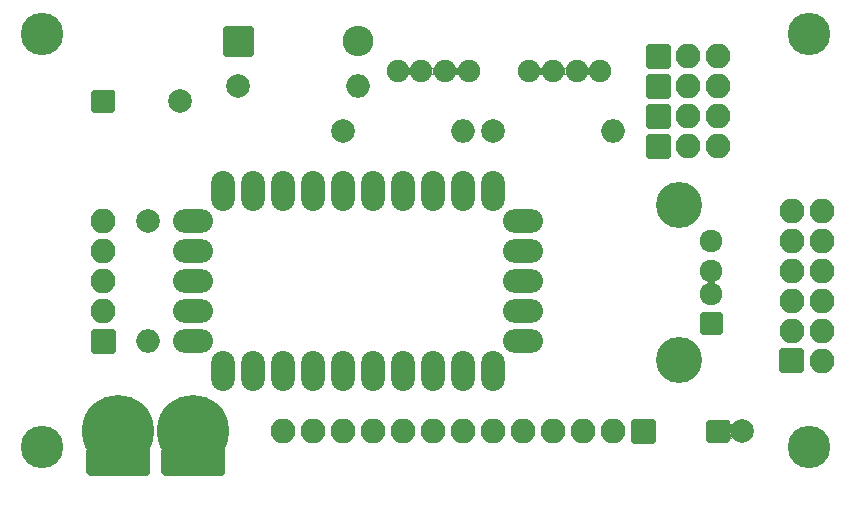
<source format=gbr>
G04 #@! TF.GenerationSoftware,KiCad,Pcbnew,5.1.7-a382d34a8~87~ubuntu20.04.1*
G04 #@! TF.CreationDate,2021-01-14T17:18:01+09:00*
G04 #@! TF.ProjectId,AKBONE2020LGT8F,414b424f-4e45-4323-9032-304c47543846,rev?*
G04 #@! TF.SameCoordinates,Original*
G04 #@! TF.FileFunction,Soldermask,Bot*
G04 #@! TF.FilePolarity,Negative*
%FSLAX46Y46*%
G04 Gerber Fmt 4.6, Leading zero omitted, Abs format (unit mm)*
G04 Created by KiCad (PCBNEW 5.1.7-a382d34a8~87~ubuntu20.04.1) date 2021-01-14 17:18:01*
%MOMM*%
%LPD*%
G01*
G04 APERTURE LIST*
%ADD10C,3.600000*%
%ADD11C,2.000000*%
%ADD12O,2.600000X2.600000*%
%ADD13O,2.100000X2.100000*%
%ADD14C,3.900000*%
%ADD15C,1.924000*%
%ADD16C,1.900000*%
%ADD17O,2.000000X3.400000*%
%ADD18O,3.400000X2.000000*%
%ADD19C,6.100000*%
%ADD20O,2.000000X2.000000*%
%ADD21C,0.100000*%
G04 APERTURE END LIST*
D10*
X167500000Y-89500000D03*
X167500000Y-124500000D03*
X232500000Y-124500000D03*
X232500000Y-89500000D03*
G36*
G01*
X171290000Y-126730000D02*
X171290000Y-124730000D01*
G75*
G02*
X171490000Y-124530000I200000J0D01*
G01*
X176490000Y-124530000D01*
G75*
G02*
X176690000Y-124730000I0J-200000D01*
G01*
X176690000Y-126730000D01*
G75*
G02*
X176490000Y-126930000I-200000J0D01*
G01*
X171490000Y-126930000D01*
G75*
G02*
X171290000Y-126730000I0J200000D01*
G01*
G37*
G36*
G01*
X177640000Y-126730000D02*
X177640000Y-124730000D01*
G75*
G02*
X177840000Y-124530000I200000J0D01*
G01*
X182840000Y-124530000D01*
G75*
G02*
X183040000Y-124730000I0J-200000D01*
G01*
X183040000Y-126730000D01*
G75*
G02*
X182840000Y-126930000I-200000J0D01*
G01*
X177840000Y-126930000D01*
G75*
G02*
X177640000Y-126730000I0J200000D01*
G01*
G37*
G36*
G01*
X223790000Y-123990000D02*
X223790000Y-122390000D01*
G75*
G02*
X223990000Y-122190000I200000J0D01*
G01*
X225590000Y-122190000D01*
G75*
G02*
X225790000Y-122390000I0J-200000D01*
G01*
X225790000Y-123990000D01*
G75*
G02*
X225590000Y-124190000I-200000J0D01*
G01*
X223990000Y-124190000D01*
G75*
G02*
X223790000Y-123990000I0J200000D01*
G01*
G37*
D11*
X226790000Y-123190000D03*
G36*
G01*
X182850000Y-91270000D02*
X182850000Y-89070000D01*
G75*
G02*
X183050000Y-88870000I200000J0D01*
G01*
X185250000Y-88870000D01*
G75*
G02*
X185450000Y-89070000I0J-200000D01*
G01*
X185450000Y-91270000D01*
G75*
G02*
X185250000Y-91470000I-200000J0D01*
G01*
X183050000Y-91470000D01*
G75*
G02*
X182850000Y-91270000I0J200000D01*
G01*
G37*
D12*
X194310000Y-90170000D03*
G36*
G01*
X173770000Y-114720000D02*
X173770000Y-116420000D01*
G75*
G02*
X173570000Y-116620000I-200000J0D01*
G01*
X171870000Y-116620000D01*
G75*
G02*
X171670000Y-116420000I0J200000D01*
G01*
X171670000Y-114720000D01*
G75*
G02*
X171870000Y-114520000I200000J0D01*
G01*
X173570000Y-114520000D01*
G75*
G02*
X173770000Y-114720000I0J-200000D01*
G01*
G37*
D13*
X172720000Y-113030000D03*
X172720000Y-110490000D03*
X172720000Y-107950000D03*
X172720000Y-105410000D03*
G36*
G01*
X217590000Y-122140000D02*
X219290000Y-122140000D01*
G75*
G02*
X219490000Y-122340000I0J-200000D01*
G01*
X219490000Y-124040000D01*
G75*
G02*
X219290000Y-124240000I-200000J0D01*
G01*
X217590000Y-124240000D01*
G75*
G02*
X217390000Y-124040000I0J200000D01*
G01*
X217390000Y-122340000D01*
G75*
G02*
X217590000Y-122140000I200000J0D01*
G01*
G37*
X215900000Y-123190000D03*
X213360000Y-123190000D03*
X210820000Y-123190000D03*
X208280000Y-123190000D03*
X205740000Y-123190000D03*
X203200000Y-123190000D03*
X200660000Y-123190000D03*
X198120000Y-123190000D03*
X195580000Y-123190000D03*
X193040000Y-123190000D03*
X190500000Y-123190000D03*
X187960000Y-123190000D03*
D14*
X221500000Y-104000000D03*
X221500000Y-117140000D03*
G36*
G01*
X224972000Y-115032000D02*
X223448000Y-115032000D01*
G75*
G02*
X223248000Y-114832000I0J200000D01*
G01*
X223248000Y-113308000D01*
G75*
G02*
X223448000Y-113108000I200000J0D01*
G01*
X224972000Y-113108000D01*
G75*
G02*
X225172000Y-113308000I0J-200000D01*
G01*
X225172000Y-114832000D01*
G75*
G02*
X224972000Y-115032000I-200000J0D01*
G01*
G37*
D15*
X224210000Y-111570000D03*
X224210000Y-109570000D03*
X224210000Y-107070000D03*
G36*
G01*
X220560000Y-100110000D02*
X218860000Y-100110000D01*
G75*
G02*
X218660000Y-99910000I0J200000D01*
G01*
X218660000Y-98210000D01*
G75*
G02*
X218860000Y-98010000I200000J0D01*
G01*
X220560000Y-98010000D01*
G75*
G02*
X220760000Y-98210000I0J-200000D01*
G01*
X220760000Y-99910000D01*
G75*
G02*
X220560000Y-100110000I-200000J0D01*
G01*
G37*
D13*
X222250000Y-99060000D03*
X224790000Y-99060000D03*
X224790000Y-96520000D03*
X222250000Y-96520000D03*
G36*
G01*
X220560000Y-97570000D02*
X218860000Y-97570000D01*
G75*
G02*
X218660000Y-97370000I0J200000D01*
G01*
X218660000Y-95670000D01*
G75*
G02*
X218860000Y-95470000I200000J0D01*
G01*
X220560000Y-95470000D01*
G75*
G02*
X220760000Y-95670000I0J-200000D01*
G01*
X220760000Y-97370000D01*
G75*
G02*
X220560000Y-97570000I-200000J0D01*
G01*
G37*
D16*
X197660000Y-92710000D03*
X199660000Y-92710000D03*
X201660000Y-92710000D03*
X203660000Y-92710000D03*
D17*
X182880000Y-118110000D03*
X185420000Y-118110000D03*
X187960000Y-118110000D03*
X190500000Y-118110000D03*
X193040000Y-118110000D03*
X195580000Y-118110000D03*
X198120000Y-118110000D03*
X200660000Y-118110000D03*
X203200000Y-118110000D03*
X205740000Y-118110000D03*
D18*
X208280000Y-115570000D03*
X208280000Y-113030000D03*
X208280000Y-110490000D03*
X208280000Y-107950000D03*
X208280000Y-105410000D03*
D17*
X205740000Y-102870000D03*
X203200000Y-102870000D03*
X200660000Y-102870000D03*
X198120000Y-102870000D03*
X195580000Y-102870000D03*
X193040000Y-102870000D03*
X190500000Y-102870000D03*
X187960000Y-102870000D03*
X185420000Y-102870000D03*
X182880000Y-102870000D03*
D18*
X180340000Y-105410000D03*
X180340000Y-107950000D03*
X180340000Y-110490000D03*
X180340000Y-113030000D03*
X180340000Y-115570000D03*
G36*
G01*
X232050000Y-116350000D02*
X232050000Y-118050000D01*
G75*
G02*
X231850000Y-118250000I-200000J0D01*
G01*
X230150000Y-118250000D01*
G75*
G02*
X229950000Y-118050000I0J200000D01*
G01*
X229950000Y-116350000D01*
G75*
G02*
X230150000Y-116150000I200000J0D01*
G01*
X231850000Y-116150000D01*
G75*
G02*
X232050000Y-116350000I0J-200000D01*
G01*
G37*
D13*
X233540000Y-117200000D03*
X231000000Y-114660000D03*
X233540000Y-114660000D03*
X231000000Y-112120000D03*
X233540000Y-112120000D03*
X231000000Y-109580000D03*
X233540000Y-109580000D03*
X231000000Y-107040000D03*
X233540000Y-107040000D03*
X231000000Y-104500000D03*
X233540000Y-104500000D03*
G36*
G01*
X171720000Y-96050000D02*
X171720000Y-94450000D01*
G75*
G02*
X171920000Y-94250000I200000J0D01*
G01*
X173520000Y-94250000D01*
G75*
G02*
X173720000Y-94450000I0J-200000D01*
G01*
X173720000Y-96050000D01*
G75*
G02*
X173520000Y-96250000I-200000J0D01*
G01*
X171920000Y-96250000D01*
G75*
G02*
X171720000Y-96050000I0J200000D01*
G01*
G37*
D11*
X179220000Y-95250000D03*
D19*
X173990000Y-123190000D03*
X180340000Y-123190000D03*
G36*
G01*
X220560000Y-95030000D02*
X218860000Y-95030000D01*
G75*
G02*
X218660000Y-94830000I0J200000D01*
G01*
X218660000Y-93130000D01*
G75*
G02*
X218860000Y-92930000I200000J0D01*
G01*
X220560000Y-92930000D01*
G75*
G02*
X220760000Y-93130000I0J-200000D01*
G01*
X220760000Y-94830000D01*
G75*
G02*
X220560000Y-95030000I-200000J0D01*
G01*
G37*
D13*
X222250000Y-93980000D03*
X224790000Y-93980000D03*
X224790000Y-91440000D03*
X222250000Y-91440000D03*
G36*
G01*
X220560000Y-92490000D02*
X218860000Y-92490000D01*
G75*
G02*
X218660000Y-92290000I0J200000D01*
G01*
X218660000Y-90590000D01*
G75*
G02*
X218860000Y-90390000I200000J0D01*
G01*
X220560000Y-90390000D01*
G75*
G02*
X220760000Y-90590000I0J-200000D01*
G01*
X220760000Y-92290000D01*
G75*
G02*
X220560000Y-92490000I-200000J0D01*
G01*
G37*
D16*
X208788000Y-92710000D03*
X210788000Y-92710000D03*
X212788000Y-92710000D03*
X214788000Y-92710000D03*
D20*
X176530000Y-115570000D03*
D11*
X176530000Y-105410000D03*
X205740000Y-97790000D03*
D20*
X215900000Y-97790000D03*
X203200000Y-97790000D03*
D11*
X193040000Y-97790000D03*
X184150000Y-93980000D03*
D20*
X194310000Y-93980000D03*
D21*
G36*
X225791990Y-122484141D02*
G01*
X225794372Y-122508328D01*
X225801372Y-122531403D01*
X225812737Y-122552667D01*
X225828032Y-122571304D01*
X225846669Y-122586599D01*
X225867933Y-122597964D01*
X225891008Y-122604964D01*
X225914999Y-122607327D01*
X225938990Y-122604964D01*
X225962065Y-122597964D01*
X225983329Y-122586599D01*
X226001966Y-122571304D01*
X226013494Y-122557256D01*
X226015366Y-122556552D01*
X226016912Y-122557820D01*
X226016703Y-122559636D01*
X225909852Y-122719550D01*
X225834984Y-122900297D01*
X225796815Y-123092182D01*
X225796815Y-123287818D01*
X225834984Y-123479703D01*
X225909852Y-123660450D01*
X226016704Y-123820365D01*
X226016835Y-123822361D01*
X226015172Y-123823472D01*
X226013495Y-123822745D01*
X226001964Y-123808695D01*
X225983327Y-123793400D01*
X225962063Y-123782035D01*
X225938988Y-123775035D01*
X225914997Y-123772673D01*
X225891006Y-123775036D01*
X225867931Y-123782037D01*
X225846668Y-123793402D01*
X225828031Y-123808698D01*
X225812736Y-123827335D01*
X225801371Y-123848599D01*
X225794371Y-123871674D01*
X225791990Y-123895859D01*
X225790825Y-123897485D01*
X225788835Y-123897289D01*
X225788000Y-123895663D01*
X225788000Y-122484337D01*
X225789000Y-122482605D01*
X225791000Y-122482605D01*
X225791990Y-122484141D01*
G37*
G36*
X224570543Y-110455823D02*
G01*
X224571308Y-110457671D01*
X224570268Y-110459174D01*
X224554245Y-110467738D01*
X224535608Y-110483033D01*
X224520312Y-110501670D01*
X224508947Y-110522933D01*
X224501947Y-110546008D01*
X224499584Y-110569999D01*
X224501947Y-110593990D01*
X224508947Y-110617065D01*
X224520312Y-110638329D01*
X224535607Y-110656966D01*
X224554244Y-110672262D01*
X224570267Y-110680825D01*
X224571323Y-110682523D01*
X224570380Y-110684287D01*
X224568559Y-110684437D01*
X224488672Y-110651347D01*
X224304093Y-110614632D01*
X224115907Y-110614632D01*
X223931328Y-110651347D01*
X223851440Y-110684438D01*
X223849457Y-110684177D01*
X223848692Y-110682329D01*
X223849732Y-110680826D01*
X223865755Y-110672262D01*
X223884392Y-110656967D01*
X223899688Y-110638330D01*
X223911053Y-110617067D01*
X223918053Y-110593992D01*
X223920416Y-110570001D01*
X223918053Y-110546010D01*
X223911053Y-110522935D01*
X223899688Y-110501671D01*
X223884393Y-110483034D01*
X223865756Y-110467738D01*
X223849733Y-110459175D01*
X223848677Y-110457477D01*
X223849620Y-110455713D01*
X223851441Y-110455563D01*
X223931328Y-110488653D01*
X224115907Y-110525368D01*
X224304093Y-110525368D01*
X224488672Y-110488653D01*
X224568560Y-110455562D01*
X224570543Y-110455823D01*
G37*
G36*
X209902288Y-92380827D02*
G01*
X209902438Y-92382648D01*
X209880831Y-92434812D01*
X209844575Y-92617083D01*
X209844575Y-92802917D01*
X209880831Y-92985188D01*
X209902438Y-93037352D01*
X209902177Y-93039335D01*
X209900329Y-93040100D01*
X209898826Y-93039060D01*
X209890262Y-93023037D01*
X209874966Y-93004400D01*
X209856330Y-92989105D01*
X209835066Y-92977740D01*
X209811991Y-92970740D01*
X209788000Y-92968377D01*
X209764009Y-92970740D01*
X209740934Y-92977740D01*
X209719670Y-92989105D01*
X209701033Y-93004401D01*
X209685738Y-93023037D01*
X209677174Y-93039060D01*
X209675475Y-93040116D01*
X209673712Y-93039173D01*
X209673562Y-93037352D01*
X209695169Y-92985188D01*
X209731425Y-92802917D01*
X209731425Y-92617083D01*
X209695169Y-92434812D01*
X209673562Y-92382648D01*
X209673823Y-92380665D01*
X209675671Y-92379900D01*
X209677174Y-92380940D01*
X209685738Y-92396963D01*
X209701034Y-92415600D01*
X209719670Y-92430895D01*
X209740934Y-92442260D01*
X209764009Y-92449260D01*
X209788000Y-92451623D01*
X209811991Y-92449260D01*
X209835066Y-92442260D01*
X209856330Y-92430895D01*
X209874967Y-92415599D01*
X209890262Y-92396963D01*
X209898826Y-92380940D01*
X209900525Y-92379884D01*
X209902288Y-92380827D01*
G37*
G36*
X198774288Y-92380827D02*
G01*
X198774438Y-92382648D01*
X198752831Y-92434812D01*
X198716575Y-92617083D01*
X198716575Y-92802917D01*
X198752831Y-92985188D01*
X198774438Y-93037352D01*
X198774177Y-93039335D01*
X198772329Y-93040100D01*
X198770826Y-93039060D01*
X198762262Y-93023037D01*
X198746966Y-93004400D01*
X198728330Y-92989105D01*
X198707066Y-92977740D01*
X198683991Y-92970740D01*
X198660000Y-92968377D01*
X198636009Y-92970740D01*
X198612934Y-92977740D01*
X198591670Y-92989105D01*
X198573033Y-93004401D01*
X198557738Y-93023037D01*
X198549174Y-93039060D01*
X198547475Y-93040116D01*
X198545712Y-93039173D01*
X198545562Y-93037352D01*
X198567169Y-92985188D01*
X198603425Y-92802917D01*
X198603425Y-92617083D01*
X198567169Y-92434812D01*
X198545562Y-92382648D01*
X198545823Y-92380665D01*
X198547671Y-92379900D01*
X198549174Y-92380940D01*
X198557738Y-92396963D01*
X198573034Y-92415600D01*
X198591670Y-92430895D01*
X198612934Y-92442260D01*
X198636009Y-92449260D01*
X198660000Y-92451623D01*
X198683991Y-92449260D01*
X198707066Y-92442260D01*
X198728330Y-92430895D01*
X198746967Y-92415599D01*
X198762262Y-92396963D01*
X198770826Y-92380940D01*
X198772525Y-92379884D01*
X198774288Y-92380827D01*
G37*
G36*
X200774288Y-92380827D02*
G01*
X200774438Y-92382648D01*
X200752831Y-92434812D01*
X200716575Y-92617083D01*
X200716575Y-92802917D01*
X200752831Y-92985188D01*
X200774438Y-93037352D01*
X200774177Y-93039335D01*
X200772329Y-93040100D01*
X200770826Y-93039060D01*
X200762262Y-93023037D01*
X200746966Y-93004400D01*
X200728330Y-92989105D01*
X200707066Y-92977740D01*
X200683991Y-92970740D01*
X200660000Y-92968377D01*
X200636009Y-92970740D01*
X200612934Y-92977740D01*
X200591670Y-92989105D01*
X200573033Y-93004401D01*
X200557738Y-93023037D01*
X200549174Y-93039060D01*
X200547475Y-93040116D01*
X200545712Y-93039173D01*
X200545562Y-93037352D01*
X200567169Y-92985188D01*
X200603425Y-92802917D01*
X200603425Y-92617083D01*
X200567169Y-92434812D01*
X200545562Y-92382648D01*
X200545823Y-92380665D01*
X200547671Y-92379900D01*
X200549174Y-92380940D01*
X200557738Y-92396963D01*
X200573034Y-92415600D01*
X200591670Y-92430895D01*
X200612934Y-92442260D01*
X200636009Y-92449260D01*
X200660000Y-92451623D01*
X200683991Y-92449260D01*
X200707066Y-92442260D01*
X200728330Y-92430895D01*
X200746967Y-92415599D01*
X200762262Y-92396963D01*
X200770826Y-92380940D01*
X200772525Y-92379884D01*
X200774288Y-92380827D01*
G37*
G36*
X211902288Y-92380827D02*
G01*
X211902438Y-92382648D01*
X211880831Y-92434812D01*
X211844575Y-92617083D01*
X211844575Y-92802917D01*
X211880831Y-92985188D01*
X211902438Y-93037352D01*
X211902177Y-93039335D01*
X211900329Y-93040100D01*
X211898826Y-93039060D01*
X211890262Y-93023037D01*
X211874966Y-93004400D01*
X211856330Y-92989105D01*
X211835066Y-92977740D01*
X211811991Y-92970740D01*
X211788000Y-92968377D01*
X211764009Y-92970740D01*
X211740934Y-92977740D01*
X211719670Y-92989105D01*
X211701033Y-93004401D01*
X211685738Y-93023037D01*
X211677174Y-93039060D01*
X211675475Y-93040116D01*
X211673712Y-93039173D01*
X211673562Y-93037352D01*
X211695169Y-92985188D01*
X211731425Y-92802917D01*
X211731425Y-92617083D01*
X211695169Y-92434812D01*
X211673562Y-92382648D01*
X211673823Y-92380665D01*
X211675671Y-92379900D01*
X211677174Y-92380940D01*
X211685738Y-92396963D01*
X211701034Y-92415600D01*
X211719670Y-92430895D01*
X211740934Y-92442260D01*
X211764009Y-92449260D01*
X211788000Y-92451623D01*
X211811991Y-92449260D01*
X211835066Y-92442260D01*
X211856330Y-92430895D01*
X211874967Y-92415599D01*
X211890262Y-92396963D01*
X211898826Y-92380940D01*
X211900525Y-92379884D01*
X211902288Y-92380827D01*
G37*
G36*
X202774288Y-92380827D02*
G01*
X202774438Y-92382648D01*
X202752831Y-92434812D01*
X202716575Y-92617083D01*
X202716575Y-92802917D01*
X202752831Y-92985188D01*
X202774438Y-93037352D01*
X202774177Y-93039335D01*
X202772329Y-93040100D01*
X202770826Y-93039060D01*
X202762262Y-93023037D01*
X202746966Y-93004400D01*
X202728330Y-92989105D01*
X202707066Y-92977740D01*
X202683991Y-92970740D01*
X202660000Y-92968377D01*
X202636009Y-92970740D01*
X202612934Y-92977740D01*
X202591670Y-92989105D01*
X202573033Y-93004401D01*
X202557738Y-93023037D01*
X202549174Y-93039060D01*
X202547475Y-93040116D01*
X202545712Y-93039173D01*
X202545562Y-93037352D01*
X202567169Y-92985188D01*
X202603425Y-92802917D01*
X202603425Y-92617083D01*
X202567169Y-92434812D01*
X202545562Y-92382648D01*
X202545823Y-92380665D01*
X202547671Y-92379900D01*
X202549174Y-92380940D01*
X202557738Y-92396963D01*
X202573034Y-92415600D01*
X202591670Y-92430895D01*
X202612934Y-92442260D01*
X202636009Y-92449260D01*
X202660000Y-92451623D01*
X202683991Y-92449260D01*
X202707066Y-92442260D01*
X202728330Y-92430895D01*
X202746967Y-92415599D01*
X202762262Y-92396963D01*
X202770826Y-92380940D01*
X202772525Y-92379884D01*
X202774288Y-92380827D01*
G37*
G36*
X213902288Y-92380827D02*
G01*
X213902438Y-92382648D01*
X213880831Y-92434812D01*
X213844575Y-92617083D01*
X213844575Y-92802917D01*
X213880831Y-92985188D01*
X213902438Y-93037352D01*
X213902177Y-93039335D01*
X213900329Y-93040100D01*
X213898826Y-93039060D01*
X213890262Y-93023037D01*
X213874966Y-93004400D01*
X213856330Y-92989105D01*
X213835066Y-92977740D01*
X213811991Y-92970740D01*
X213788000Y-92968377D01*
X213764009Y-92970740D01*
X213740934Y-92977740D01*
X213719670Y-92989105D01*
X213701033Y-93004401D01*
X213685738Y-93023037D01*
X213677174Y-93039060D01*
X213675475Y-93040116D01*
X213673712Y-93039173D01*
X213673562Y-93037352D01*
X213695169Y-92985188D01*
X213731425Y-92802917D01*
X213731425Y-92617083D01*
X213695169Y-92434812D01*
X213673562Y-92382648D01*
X213673823Y-92380665D01*
X213675671Y-92379900D01*
X213677174Y-92380940D01*
X213685738Y-92396963D01*
X213701034Y-92415600D01*
X213719670Y-92430895D01*
X213740934Y-92442260D01*
X213764009Y-92449260D01*
X213788000Y-92451623D01*
X213811991Y-92449260D01*
X213835066Y-92442260D01*
X213856330Y-92430895D01*
X213874967Y-92415599D01*
X213890262Y-92396963D01*
X213898826Y-92380940D01*
X213900525Y-92379884D01*
X213902288Y-92380827D01*
G37*
M02*

</source>
